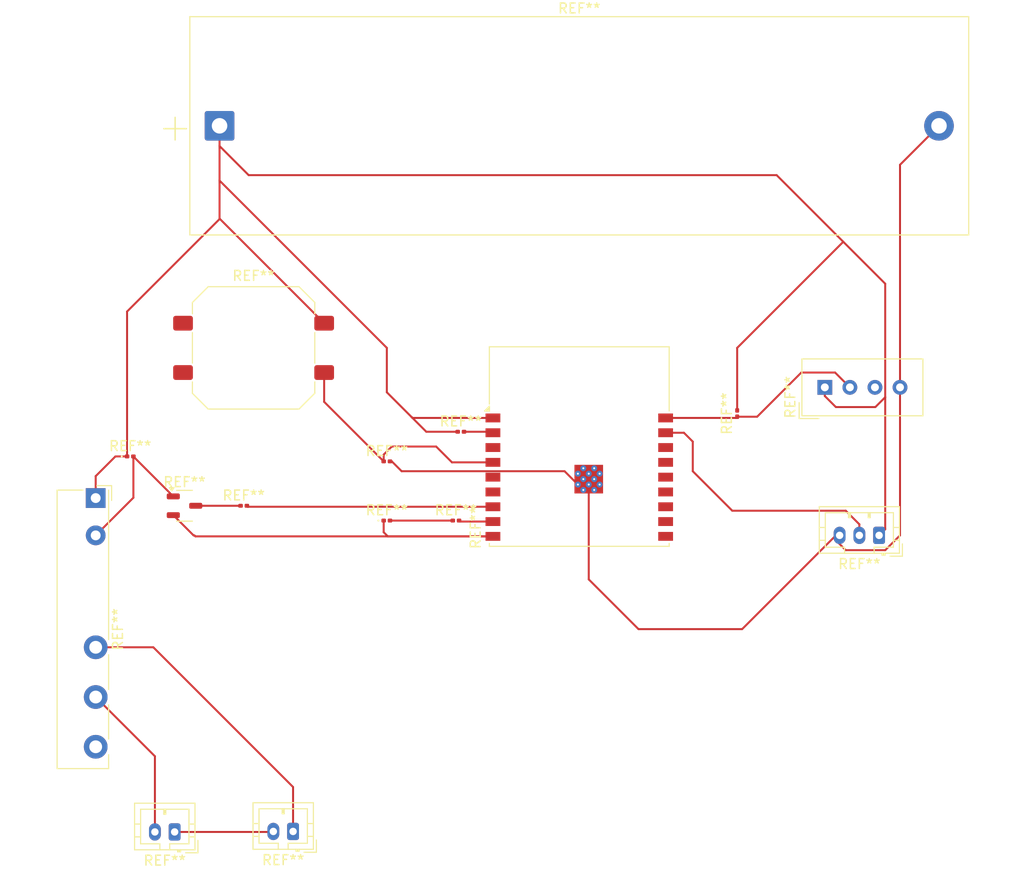
<source format=kicad_pcb>
(kicad_pcb (version 20241229) (generator "pcbnew") (generator_version "9.0")
  (title_block (title "Schematic of ESP32C3 Beacon on Relay Version") (date "2025-10-18") (rev "pre-release") (company "Navign"))
  (layers (0 "F.Cu" signal) (2 "B.Cu" signal) (13 "F.Paste" user) (15 "B.Paste" user) (5 "F.SilkS" user "F.Silkscreen") (7 "B.SilkS" user "B.Silkscreen") (1 "F.Mask" user) (3 "B.Mask" user) (25 "Edge.Cuts" user))
  (net 0 "")
  (footprint "Resistor_SMD:R_0201_0603Metric" (layer "F.Cu") (at 118.5 88.5)
    (property "Reference" "REF**" (at 0 -1.05 0) (layer "F.SilkS"))
    (property "Value" "R_0201_0603Metric")
    (pad "1" smd roundrect (at -0.32 0) (size 0.46 0.4) (layers "F.Cu" "F.Mask"))
    (pad "2" smd roundrect (at 0.32 0) (size 0.46 0.4) (layers "F.Cu" "F.Mask"))
  )
  (footprint "Sensor:Aosong_DHT11_5.5x12.0_P2.54mm" (layer "F.Cu") (at 155.88 75 90)
    (property "Reference" "REF**" (at -1 -3.5 90) (layer "F.SilkS"))
    (property "Value" "Aosong_DHT11_5.5x12.0_P2.54mm")
    (fp_line (start -3.16 -2.6) (end -1.55 -2.6) (stroke (width 0.12)) (layer "F.SilkS"))
    (fp_line (start -3.16 -2.6) (end -3.16 -0.6) (stroke (width 0.12)) (layer "F.SilkS"))
    (fp_line (start 2.88 -2.32) (end 2.88 9.94) (stroke (width 0.12)) (layer "F.SilkS"))
    (fp_line (start -2.87 -2.32) (end 2.87 -2.32) (stroke (width 0.12)) (layer "F.SilkS"))
    (fp_line (start 2.88 9.94) (end -2.88 9.94) (stroke (width 0.12)) (layer "F.SilkS"))
    (fp_line (start -2.88 9.94) (end -2.88 -2.31) (stroke (width 0.12)) (layer "F.SilkS"))
    (pad "1" thru_hole rect (at 0 0 90) (size 1.5 1.5) (drill 0.8) (layers "*.Cu" "*.Mask"))
    (pad "2" thru_hole circle (at 0 2.54 90) (size 1.5 1.5) (drill 0.8) (layers "*.Cu" "*.Mask"))
    (pad "3" thru_hole circle (at 0 5.08 90) (size 1.5 1.5) (drill 0.8) (layers "*.Cu" "*.Mask"))
    (pad "4" thru_hole circle (at 0 7.62 90) (size 1.5 1.5) (drill 0.8) (layers "*.Cu" "*.Mask"))
  )
  (footprint "Relay_THT:Relay_SPDT_Fujitsu_FTR-LYCA005x_FormC_Vertical" (layer "F.Cu") (at 82 86.22 -90)
    (property "Reference" "REF**" (at 13.3 -2.25 90) (layer "F.SilkS"))
    (property "Value" "Relay_SPDT_Fujitsu_FTR-LYCA005x_FormC_Vertical")
    (fp_line (start -0.81 3.91) (end 27.41 3.91) (stroke (width 0.12)) (layer "F.SilkS"))
    (fp_line (start -0.81 3.91) (end -0.81 1.3) (stroke (width 0.12)) (layer "F.SilkS"))
    (fp_line (start 27.41 3.91) (end 27.41 -1.31) (stroke (width 0.12)) (layer "F.SilkS"))
    (fp_line (start -1.26 -0.11) (end -1.26 -1.61) (stroke (width 0.12)) (layer "F.SilkS"))
    (fp_line (start 14.35 -1.31) (end -0.81 -1.31) (stroke (width 0.12)) (layer "F.SilkS"))
    (fp_line (start 15.87 -1.31) (end 19.4 -1.31) (stroke (width 0.12)) (layer "F.SilkS"))
    (fp_line (start 20.94 -1.31) (end 24.42 -1.31) (stroke (width 0.12)) (layer "F.SilkS"))
    (fp_line (start 26 -1.31) (end 27.41 -1.31) (stroke (width 0.12)) (layer "F.SilkS"))
    (fp_line (start -1.26 -1.61) (end 0.24 -1.61) (stroke (width 0.12)) (layer "F.SilkS"))
    (pad "11" thru_hole circle (at 20.16 0 270) (size 2.4 2.4) (drill 1.3) (layers "*.Cu" "*.Mask"))
    (pad "12" thru_hole circle (at 15.12 0 270) (size 2.4 2.4) (drill 1.3) (layers "*.Cu" "*.Mask"))
    (pad "14" thru_hole circle (at 25.2 0 270) (size 2.4 2.4) (drill 1.3) (layers "*.Cu" "*.Mask"))
    (pad "A1" thru_hole rect (at 0 0 270) (size 2 2) (drill 1) (layers "*.Cu" "*.Mask"))
    (pad "A2" thru_hole circle (at 3.78 0 270) (size 2 2) (drill 1) (layers "*.Cu" "*.Mask"))
  )
  (footprint "Diode_SMD:D_0201_0603Metric" (layer "F.Cu") (at 85.5 82)
    (property "Reference" "REF**" (at 0 -1.05 0) (layer "F.SilkS"))
    (property "Value" "D_0201_0603Metric")
    (fp_circle (center -0.86 0) (end -0.81 0) (stroke (width 0.1)) (fill no) (layer "F.SilkS"))
    (pad "1" smd roundrect (at -0.32 0) (size 0.46 0.4) (layers "F.Cu" "F.Mask"))
    (pad "2" smd roundrect (at 0.32 0) (size 0.46 0.4) (layers "F.Cu" "F.Mask"))
  )
  (footprint "Connector_JST:JST_PH_B3B-PH-K_1x03_P2.00mm_Vertical" (layer "F.Cu") (at 161.38 90 180)
    (property "Reference" "REF**" (at 2 -2.9 0) (layer "F.SilkS"))
    (property "Value" "JST_PH_B3B-PH-K_1x03_P2.00mm_Vertical")
    (fp_line (start 6.06 2.91) (end 6.06 -1.81) (stroke (width 0.12)) (layer "F.SilkS"))
    (fp_line (start 6.06 0.8) (end 5.45 0.8) (stroke (width 0.12)) (layer "F.SilkS"))
    (fp_line (start 6.06 -0.5) (end 5.45 -0.5) (stroke (width 0.12)) (layer "F.SilkS"))
    (fp_line (start 6.06 -1.81) (end -2.06 -1.81) (stroke (width 0.12)) (layer "F.SilkS"))
    (fp_line (start 5.45 2.3) (end 5.45 -1.2) (stroke (width 0.12)) (layer "F.SilkS"))
    (fp_line (start 5.45 -1.2) (end 3.5 -1.2) (stroke (width 0.12)) (layer "F.SilkS"))
    (fp_line (start 3.5 -1.2) (end 3.5 -1.81) (stroke (width 0.12)) (layer "F.SilkS"))
    (fp_line (start 3.1 1.8) (end 3.1 2.3) (stroke (width 0.12)) (layer "F.SilkS"))
    (fp_line (start 3 2.3) (end 3 1.8) (stroke (width 0.12)) (layer "F.SilkS"))
    (fp_line (start 2.9 2.3) (end 2.9 1.8) (stroke (width 0.12)) (layer "F.SilkS"))
    (fp_line (start 2.9 1.8) (end 3.1 1.8) (stroke (width 0.12)) (layer "F.SilkS"))
    (fp_line (start 1.1 1.8) (end 1.1 2.3) (stroke (width 0.12)) (layer "F.SilkS"))
    (fp_line (start 1 2.3) (end 1 1.8) (stroke (width 0.12)) (layer "F.SilkS"))
    (fp_line (start 0.9 2.3) (end 0.9 1.8) (stroke (width 0.12)) (layer "F.SilkS"))
    (fp_line (start 0.9 1.8) (end 1.1 1.8) (stroke (width 0.12)) (layer "F.SilkS"))
    (fp_line (start 0.5 -1.2) (end -1.45 -1.2) (stroke (width 0.12)) (layer "F.SilkS"))
    (fp_line (start 0.5 -1.81) (end 0.5 -1.2) (stroke (width 0.12)) (layer "F.SilkS"))
    (fp_line (start -0.3 -1.81) (end -0.3 -2.01) (stroke (width 0.12)) (layer "F.SilkS"))
    (fp_line (start -0.3 -1.91) (end -0.6 -1.91) (stroke (width 0.12)) (layer "F.SilkS"))
    (fp_line (start -0.3 -2.01) (end -0.6 -2.01) (stroke (width 0.12)) (layer "F.SilkS"))
    (fp_line (start -0.6 -2.01) (end -0.6 -1.81) (stroke (width 0.12)) (layer "F.SilkS"))
    (fp_line (start -1.11 -2.11) (end -2.36 -2.11) (stroke (width 0.12)) (layer "F.SilkS"))
    (fp_line (start -1.45 2.3) (end 5.45 2.3) (stroke (width 0.12)) (layer "F.SilkS"))
    (fp_line (start -1.45 -1.2) (end -1.45 2.3) (stroke (width 0.12)) (layer "F.SilkS"))
    (fp_line (start -2.06 2.91) (end 6.06 2.91) (stroke (width 0.12)) (layer "F.SilkS"))
    (fp_line (start -2.06 0.8) (end -1.45 0.8) (stroke (width 0.12)) (layer "F.SilkS"))
    (fp_line (start -2.06 -0.5) (end -1.45 -0.5) (stroke (width 0.12)) (layer "F.SilkS"))
    (fp_line (start -2.06 -1.81) (end -2.06 2.91) (stroke (width 0.12)) (layer "F.SilkS"))
    (fp_line (start -2.36 -2.11) (end -2.36 -0.86) (stroke (width 0.12)) (layer "F.SilkS"))
    (pad "1" thru_hole roundrect (at 0 0 180) (size 1.2 1.75) (drill 0.75) (layers "*.Cu" "*.Mask") (roundrect_rratio 0.208333))
    (pad "2" thru_hole oval (at 2 0 180) (size 1.2 1.75) (drill 0.75) (layers "*.Cu" "*.Mask"))
    (pad "3" thru_hole oval (at 4 0 180) (size 1.2 1.75) (drill 0.75) (layers "*.Cu" "*.Mask"))
  )
  (footprint "Resistor_SMD:R_0201_0603Metric" (layer "F.Cu") (at 119 79.5)
    (property "Reference" "REF**" (at 0 -1.05 0) (layer "F.SilkS"))
    (property "Value" "R_0201_0603Metric")
    (pad "1" smd roundrect (at -0.32 0) (size 0.46 0.4) (layers "F.Cu" "F.Mask"))
    (pad "2" smd roundrect (at 0.32 0) (size 0.46 0.4) (layers "F.Cu" "F.Mask"))
  )
  (footprint "Package_TO_SOT_SMD:SOT-23-3" (layer "F.Cu") (at 91 87)
    (property "Reference" "REF**" (at 0 -2.4 0) (layer "F.SilkS"))
    (property "Value" "SOT-23-3")
    (fp_line (start 0 -1.56) (end -0.8 -1.56) (stroke (width 0.12)) (layer "F.SilkS"))
    (fp_line (start 0 -1.56) (end 0.8 -1.56) (stroke (width 0.12)) (layer "F.SilkS"))
    (fp_line (start 0 1.56) (end -0.8 1.56) (stroke (width 0.12)) (layer "F.SilkS"))
    (fp_line (start 0 1.56) (end 0.8 1.56) (stroke (width 0.12)) (layer "F.SilkS"))
    (fp_poly (pts (xy -1.3 -1.51) (xy -1.54 -1.84) (xy -1.06 -1.84)) (stroke (width 0.12)) (fill yes) (layer "F.SilkS"))
    (pad "1" smd roundrect (at -1.1375 -0.95) (size 1.325 0.6) (layers "F.Cu" "F.Mask" "F.Paste"))
    (pad "2" smd roundrect (at -1.1375 0.95) (size 1.325 0.6) (layers "F.Cu" "F.Mask" "F.Paste"))
    (pad "3" smd roundrect (at 1.1375 0) (size 1.325 0.6) (layers "F.Cu" "F.Mask" "F.Paste"))
  )
  (footprint "Connector_JST:JST_PH_B2B-PH-K_1x02_P2.00mm_Vertical" (layer "F.Cu") (at 102 120 180)
    (property "Reference" "REF**" (at 1 -2.9 0) (layer "F.SilkS"))
    (property "Value" "JST_PH_B2B-PH-K_1x02_P2.00mm_Vertical")
    (fp_line (start 4.06 2.91) (end 4.06 -1.81) (stroke (width 0.12)) (layer "F.SilkS"))
    (fp_line (start 4.06 0.8) (end 3.45 0.8) (stroke (width 0.12)) (layer "F.SilkS"))
    (fp_line (start 4.06 -0.5) (end 3.45 -0.5) (stroke (width 0.12)) (layer "F.SilkS"))
    (fp_line (start 4.06 -1.81) (end -2.06 -1.81) (stroke (width 0.12)) (layer "F.SilkS"))
    (fp_line (start 3.45 2.3) (end 3.45 -1.2) (stroke (width 0.12)) (layer "F.SilkS"))
    (fp_line (start 3.45 -1.2) (end 1.5 -1.2) (stroke (width 0.12)) (layer "F.SilkS"))
    (fp_line (start 1.5 -1.2) (end 1.5 -1.81) (stroke (width 0.12)) (layer "F.SilkS"))
    (fp_line (start 1.1 1.8) (end 1.1 2.3) (stroke (width 0.12)) (layer "F.SilkS"))
    (fp_line (start 1 2.3) (end 1 1.8) (stroke (width 0.12)) (layer "F.SilkS"))
    (fp_line (start 0.9 2.3) (end 0.9 1.8) (stroke (width 0.12)) (layer "F.SilkS"))
    (fp_line (start 0.9 1.8) (end 1.1 1.8) (stroke (width 0.12)) (layer "F.SilkS"))
    (fp_line (start 0.5 -1.2) (end -1.45 -1.2) (stroke (width 0.12)) (layer "F.SilkS"))
    (fp_line (start 0.5 -1.81) (end 0.5 -1.2) (stroke (width 0.12)) (layer "F.SilkS"))
    (fp_line (start -0.3 -1.81) (end -0.3 -2.01) (stroke (width 0.12)) (layer "F.SilkS"))
    (fp_line (start -0.3 -1.91) (end -0.6 -1.91) (stroke (width 0.12)) (layer "F.SilkS"))
    (fp_line (start -0.3 -2.01) (end -0.6 -2.01) (stroke (width 0.12)) (layer "F.SilkS"))
    (fp_line (start -0.6 -2.01) (end -0.6 -1.81) (stroke (width 0.12)) (layer "F.SilkS"))
    (fp_line (start -1.11 -2.11) (end -2.36 -2.11) (stroke (width 0.12)) (layer "F.SilkS"))
    (fp_line (start -1.45 2.3) (end 3.45 2.3) (stroke (width 0.12)) (layer "F.SilkS"))
    (fp_line (start -1.45 -1.2) (end -1.45 2.3) (stroke (width 0.12)) (layer "F.SilkS"))
    (fp_line (start -2.06 2.91) (end 4.06 2.91) (stroke (width 0.12)) (layer "F.SilkS"))
    (fp_line (start -2.06 0.8) (end -1.45 0.8) (stroke (width 0.12)) (layer "F.SilkS"))
    (fp_line (start -2.06 -0.5) (end -1.45 -0.5) (stroke (width 0.12)) (layer "F.SilkS"))
    (fp_line (start -2.06 -1.81) (end -2.06 2.91) (stroke (width 0.12)) (layer "F.SilkS"))
    (fp_line (start -2.36 -2.11) (end -2.36 -0.86) (stroke (width 0.12)) (layer "F.SilkS"))
    (pad "1" thru_hole roundrect (at 0 0 180) (size 1.2 1.75) (drill 0.75) (layers "*.Cu" "*.Mask") (roundrect_rratio 0.208333))
    (pad "2" thru_hole oval (at 2 0 180) (size 1.2 1.75) (drill 0.75) (layers "*.Cu" "*.Mask"))
  )
  (footprint "Battery:BatteryHolder_MPD_BH-18650-PC" (layer "F.Cu") (at 94.55 48.5)
    (property "Reference" "REF**" (at 36.45 -11.9 0) (layer "F.SilkS"))
    (property "Value" "BatteryHolder_MPD_BH-18650-PC")
    (fp_line (start -3.01 -11.06) (end 75.91 -11.06) (stroke (width 0.12)) (layer "F.SilkS"))
    (fp_line (start -3.01 11.06) (end -3.01 -11.06) (stroke (width 0.12)) (layer "F.SilkS"))
    (fp_line (start 75.91 -11.06) (end 75.91 11.06) (stroke (width 0.12)) (layer "F.SilkS"))
    (fp_line (start 75.91 11.06) (end -3.01 11.06) (stroke (width 0.12)) (layer "F.SilkS"))
    (fp_text user "+" (at -4.5 0.05 0) (layer "F.SilkS") (effects (font (size 3 3))))
    (pad "" np_thru_hole circle (at 8.445 0) (size 3.2 3.2) (drill 3.2) (layers "*.Cu" "*.Mask"))
    (pad "" np_thru_hole circle (at 64.055 0) (size 3.2 3.2) (drill 3.2) (layers "*.Cu" "*.Mask"))
    (pad "1" thru_hole roundrect (at 0 0) (size 3 3) (drill 1.57) (layers "*.Cu" "*.Mask") (roundrect_rratio 0.083333))
    (pad "2" thru_hole circle (at 72.9 0) (size 3 3) (drill 1.57) (layers "*.Cu" "*.Mask"))
  )
  (footprint "RF_Module:ESP32-C3-WROOM-02" (layer "F.Cu") (at 131 84.1)
    (property "Reference" "REF**" (at -10.5 5.13 90) (layer "F.SilkS"))
    (property "Value" "ESP32-C3-WROOM-02")
    (fp_line (start -9.11 -13.21) (end -9.11 -7.4) (stroke (width 0.12)) (layer "F.SilkS"))
    (fp_line (start -9.11 -13.21) (end 9.11 -13.21) (stroke (width 0.12)) (layer "F.SilkS"))
    (fp_line (start -9.11 6.71) (end -9.11 7.01) (stroke (width 0.12)) (layer "F.SilkS"))
    (fp_line (start -9.11 7.01) (end 9.11 7.01) (stroke (width 0.12)) (layer "F.SilkS"))
    (fp_line (start 9.11 -13.21) (end 9.11 -6.71) (stroke (width 0.12)) (layer "F.SilkS"))
    (fp_line (start 9.11 6.71) (end 9.11 7.01) (stroke (width 0.12)) (layer "F.SilkS"))
    (fp_poly (pts (xy -9.1 -6.7) (xy -9.6 -6.7) (xy -9.1 -7.2) (xy -9.1 -6.7)) (stroke (width 0.12)) (fill yes) (layer "F.SilkS"))
    (pad "1" smd rect (at -8.75 -6) (size 1.5 0.9) (layers "F.Cu" "F.Mask" "F.Paste"))
    (pad "2" smd rect (at -8.75 -4.5) (size 1.5 0.9) (layers "F.Cu" "F.Mask" "F.Paste"))
    (pad "3" smd rect (at -8.75 -3) (size 1.5 0.9) (layers "F.Cu" "F.Mask" "F.Paste"))
    (pad "4" smd rect (at -8.75 -1.5) (size 1.5 0.9) (layers "F.Cu" "F.Mask" "F.Paste"))
    (pad "5" smd rect (at -8.75 0) (size 1.5 0.9) (layers "F.Cu" "F.Mask" "F.Paste"))
    (pad "6" smd rect (at -8.75 1.5) (size 1.5 0.9) (layers "F.Cu" "F.Mask" "F.Paste"))
    (pad "7" smd rect (at -8.75 3) (size 1.5 0.9) (layers "F.Cu" "F.Mask" "F.Paste"))
    (pad "8" smd rect (at -8.75 4.5) (size 1.5 0.9) (layers "F.Cu" "F.Mask" "F.Paste"))
    (pad "9" smd rect (at -8.75 6) (size 1.5 0.9) (layers "F.Cu" "F.Mask" "F.Paste"))
    (pad "10" smd rect (at 8.75 6) (size 1.5 0.9) (layers "F.Cu" "F.Mask" "F.Paste"))
    (pad "11" smd rect (at 8.75 4.5) (size 1.5 0.9) (layers "F.Cu" "F.Mask" "F.Paste"))
    (pad "12" smd rect (at 8.75 3) (size 1.5 0.9) (layers "F.Cu" "F.Mask" "F.Paste"))
    (pad "13" smd rect (at 8.75 1.5) (size 1.5 0.9) (layers "F.Cu" "F.Mask" "F.Paste"))
    (pad "14" smd rect (at 8.75 0) (size 1.5 0.9) (layers "F.Cu" "F.Mask" "F.Paste"))
    (pad "15" smd rect (at 8.75 -1.5) (size 1.5 0.9) (layers "F.Cu" "F.Mask" "F.Paste"))
    (pad "16" smd rect (at 8.75 -3) (size 1.5 0.9) (layers "F.Cu" "F.Mask" "F.Paste"))
    (pad "17" smd rect (at 8.75 -4.5) (size 1.5 0.9) (layers "F.Cu" "F.Mask" "F.Paste"))
    (pad "18" smd rect (at 8.75 -6) (size 1.5 0.9) (layers "F.Cu" "F.Mask" "F.Paste"))
    (pad "19" thru_hole circle (at -0.14 -0.35) (size 0.6 0.6) (drill 0.2) (property pad_prop_heatsink) (layers "*.Cu" "F.Mask"))
    (pad "19" thru_hole circle (at -0.14 0.75) (size 0.6 0.6) (drill 0.2) (property pad_prop_heatsink) (layers "*.Cu" "F.Mask"))
    (pad "19" thru_hole circle (at 0.41 -0.9) (size 0.6 0.6) (drill 0.2) (property pad_prop_heatsink) (layers "*.Cu" "F.Mask"))
    (pad "19" thru_hole circle (at 0.41 0.2) (size 0.6 0.6) (drill 0.2) (property pad_prop_heatsink) (layers "*.Cu" "F.Mask"))
    (pad "19" thru_hole circle (at 0.41 1.3) (size 0.6 0.6) (drill 0.2) (property pad_prop_heatsink) (layers "*.Cu" "F.Mask"))
    (pad "19" thru_hole circle (at 0.96 -0.35) (size 0.6 0.6) (drill 0.2) (property pad_prop_heatsink) (layers "*.Cu" "F.Mask"))
    (pad "19" smd rect (at 0.96 0.2) (size 2.9 2.9) (property pad_prop_heatsink) (layers "F.Cu" "F.Mask"))
    (pad "19" thru_hole circle (at 0.96 0.75) (size 0.6 0.6) (drill 0.2) (property pad_prop_heatsink) (layers "*.Cu" "F.Mask"))
    (pad "19" thru_hole circle (at 1.51 -0.9) (size 0.6 0.6) (drill 0.2) (property pad_prop_heatsink) (layers "*.Cu" "F.Mask"))
    (pad "19" thru_hole circle (at 1.51 0.2) (size 0.6 0.6) (drill 0.2) (property pad_prop_heatsink) (layers "*.Cu" "F.Mask"))
    (pad "19" thru_hole circle (at 1.51 1.3) (size 0.6 0.6) (drill 0.2) (property pad_prop_heatsink) (layers "*.Cu" "F.Mask"))
    (pad "19" thru_hole circle (at 2.06 -0.35) (size 0.6 0.6) (drill 0.2) (property pad_prop_heatsink) (layers "*.Cu" "F.Mask"))
    (pad "19" thru_hole circle (at 2.06 0.75) (size 0.6 0.6) (drill 0.2) (property pad_prop_heatsink) (layers "*.Cu" "F.Mask"))
  )
  (footprint "Resistor_SMD:R_0201_0603Metric" (layer "F.Cu") (at 97 87)
    (property "Reference" "REF**" (at 0 -1.05 0) (layer "F.SilkS"))
    (property "Value" "R_0201_0603Metric")
    (pad "1" smd roundrect (at -0.32 0) (size 0.46 0.4) (layers "F.Cu" "F.Mask"))
    (pad "2" smd roundrect (at 0.32 0) (size 0.46 0.4) (layers "F.Cu" "F.Mask"))
  )
  (footprint "Button_Switch_SMD:SW_Push_1P1T_NO_CK_PTS125Sx43PSMTR" (layer "F.Cu") (at 98 71)
    (property "Reference" "REF**" (at 0 -7.3 0) (layer "F.SilkS"))
    (property "Value" "SW_Push_1P1T_NO_CK_PTS125Sx43PSMTR")
    (fp_line (start -6.2 -4.6) (end -4.6 -6.2) (stroke (width 0.12)) (layer "F.SilkS"))
    (fp_line (start -6.2 -3.45) (end -6.2 -4.6) (stroke (width 0.12)) (layer "F.SilkS"))
    (fp_line (start -6.2 -1.55) (end -6.2 1.55) (stroke (width 0.12)) (layer "F.SilkS"))
    (fp_line (start -6.2 3.45) (end -6.2 4.6) (stroke (width 0.12)) (layer "F.SilkS"))
    (fp_line (start -6.2 4.6) (end -4.6 6.2) (stroke (width 0.12)) (layer "F.SilkS"))
    (fp_line (start -4.6 -6.2) (end 4.6 -6.2) (stroke (width 0.12)) (layer "F.SilkS"))
    (fp_line (start -4.6 6.2) (end 4.6 6.2) (stroke (width 0.12)) (layer "F.SilkS"))
    (fp_line (start 4.6 -6.2) (end 6.2 -4.6) (stroke (width 0.12)) (layer "F.SilkS"))
    (fp_line (start 4.6 6.2) (end 6.2 4.6) (stroke (width 0.12)) (layer "F.SilkS"))
    (fp_line (start 6.2 -3.45) (end 6.2 -4.6) (stroke (width 0.12)) (layer "F.SilkS"))
    (fp_line (start 6.2 -1.55) (end 6.2 1.55) (stroke (width 0.12)) (layer "F.SilkS"))
    (fp_line (start 6.2 3.45) (end 6.2 4.6) (stroke (width 0.12)) (layer "F.SilkS"))
    (pad "" np_thru_hole circle (at 0 -4.5) (size 2 2) (drill 2) (layers "*.Cu" "*.Mask"))
    (pad "" np_thru_hole circle (at 0 4.5) (size 2 2) (drill 2) (layers "*.Cu" "*.Mask"))
    (pad "1" smd roundrect (at -7.15 -2.5) (size 2 1.5) (layers "F.Cu" "F.Mask" "F.Paste") (roundrect_rratio 0.1666666667))
    (pad "1" smd roundrect (at 7.15 -2.5) (size 2 1.5) (layers "F.Cu" "F.Mask" "F.Paste") (roundrect_rratio 0.1666666667))
    (pad "2" smd roundrect (at -7.15 2.5) (size 2 1.5) (layers "F.Cu" "F.Mask" "F.Paste") (roundrect_rratio 0.1666666667))
    (pad "2" smd roundrect (at 7.15 2.5) (size 2 1.5) (layers "F.Cu" "F.Mask" "F.Paste") (roundrect_rratio 0.1666666667))
  )
  (footprint "Capacitor_SMD:C_0201_0603Metric" (layer "F.Cu") (at 111.5 82.5)
    (property "Reference" "REF**" (at 0 -1.05 0) (layer "F.SilkS"))
    (property "Value" "C_0201_0603Metric")
    (pad "1" smd roundrect (at -0.32 0) (size 0.46 0.4) (layers "F.Cu" "F.Mask"))
    (pad "2" smd roundrect (at 0.32 0) (size 0.46 0.4) (layers "F.Cu" "F.Mask"))
  )
  (footprint "Resistor_SMD:R_0201_0603Metric" (layer "F.Cu") (at 147 77.655 90)
    (property "Reference" "REF**" (at 0 -1.05 90) (layer "F.SilkS"))
    (property "Value" "R_0201_0603Metric")
    (pad "1" smd roundrect (at -0.32 0 90) (size 0.46 0.4) (layers "F.Cu" "F.Mask"))
    (pad "2" smd roundrect (at 0.32 0 90) (size 0.46 0.4) (layers "F.Cu" "F.Mask"))
  )
  (footprint "Connector_JST:JST_PH_B2B-PH-K_1x02_P2.00mm_Vertical" (layer "F.Cu") (at 90 120.05 180)
    (property "Reference" "REF**" (at 1 -2.9 0) (layer "F.SilkS"))
    (property "Value" "JST_PH_B2B-PH-K_1x02_P2.00mm_Vertical")
    (fp_line (start 4.06 2.91) (end 4.06 -1.81) (stroke (width 0.12)) (layer "F.SilkS"))
    (fp_line (start 4.06 0.8) (end 3.45 0.8) (stroke (width 0.12)) (layer "F.SilkS"))
    (fp_line (start 4.06 -0.5) (end 3.45 -0.5) (stroke (width 0.12)) (layer "F.SilkS"))
    (fp_line (start 4.06 -1.81) (end -2.06 -1.81) (stroke (width 0.12)) (layer "F.SilkS"))
    (fp_line (start 3.45 2.3) (end 3.45 -1.2) (stroke (width 0.12)) (layer "F.SilkS"))
    (fp_line (start 3.45 -1.2) (end 1.5 -1.2) (stroke (width 0.12)) (layer "F.SilkS"))
    (fp_line (start 1.5 -1.2) (end 1.5 -1.81) (stroke (width 0.12)) (layer "F.SilkS"))
    (fp_line (start 1.1 1.8) (end 1.1 2.3) (stroke (width 0.12)) (layer "F.SilkS"))
    (fp_line (start 1 2.3) (end 1 1.8) (stroke (width 0.12)) (layer "F.SilkS"))
    (fp_line (start 0.9 2.3) (end 0.9 1.8) (stroke (width 0.12)) (layer "F.SilkS"))
    (fp_line (start 0.9 1.8) (end 1.1 1.8) (stroke (width 0.12)) (layer "F.SilkS"))
    (fp_line (start 0.5 -1.2) (end -1.45 -1.2) (stroke (width 0.12)) (layer "F.SilkS"))
    (fp_line (start 0.5 -1.81) (end 0.5 -1.2) (stroke (width 0.12)) (layer "F.SilkS"))
    (fp_line (start -0.3 -1.81) (end -0.3 -2.01) (stroke (width 0.12)) (layer "F.SilkS"))
    (fp_line (start -0.3 -1.91) (end -0.6 -1.91) (stroke (width 0.12)) (layer "F.SilkS"))
    (fp_line (start -0.3 -2.01) (end -0.6 -2.01) (stroke (width 0.12)) (layer "F.SilkS"))
    (fp_line (start -0.6 -2.01) (end -0.6 -1.81) (stroke (width 0.12)) (layer "F.SilkS"))
    (fp_line (start -1.11 -2.11) (end -2.36 -2.11) (stroke (width 0.12)) (layer "F.SilkS"))
    (fp_line (start -1.45 2.3) (end 3.45 2.3) (stroke (width 0.12)) (layer "F.SilkS"))
    (fp_line (start -1.45 -1.2) (end -1.45 2.3) (stroke (width 0.12)) (layer "F.SilkS"))
    (fp_line (start -2.06 2.91) (end 4.06 2.91) (stroke (width 0.12)) (layer "F.SilkS"))
    (fp_line (start -2.06 0.8) (end -1.45 0.8) (stroke (width 0.12)) (layer "F.SilkS"))
    (fp_line (start -2.06 -0.5) (end -1.45 -0.5) (stroke (width 0.12)) (layer "F.SilkS"))
    (fp_line (start -2.06 -1.81) (end -2.06 2.91) (stroke (width 0.12)) (layer "F.SilkS"))
    (fp_line (start -2.36 -2.11) (end -2.36 -0.86) (stroke (width 0.12)) (layer "F.SilkS"))
    (pad "1" thru_hole roundrect (at 0 0 180) (size 1.2 1.75) (drill 0.75) (layers "*.Cu" "*.Mask") (roundrect_rratio 0.208333))
    (pad "2" thru_hole oval (at 2 0 180) (size 1.2 1.75) (drill 0.75) (layers "*.Cu" "*.Mask"))
  )
  (footprint "LED_SMD:LED_0201_0603Metric" (layer "F.Cu") (at 111.5 88.5)
    (property "Reference" "REF**" (at 0 -1.05 0) (layer "F.SilkS"))
    (property "Value" "LED_0201_0603Metric")
    (fp_circle (center -0.86 0) (end -0.81 0) (stroke (width 0.1)) (fill no) (layer "F.SilkS"))
    (pad "1" smd roundrect (at -0.32 0) (size 0.46 0.4) (layers "F.Cu" "F.Mask"))
    (pad "2" smd roundrect (at 0.32 0) (size 0.46 0.4) (layers "F.Cu" "F.Mask"))
  )
  (segment (start 122.15 79.5) (end 122.25 79.6) (width 0.2) (layer "F.Cu") (net 0))
  (segment (start 149.025 77.975) (end 153.5 73.5) (width 0.2) (layer "F.Cu") (net 0))
  (segment (start 161 77) (end 157 77) (width 0.2) (layer "F.Cu") (net 0))
  (segment (start 147 77.335) (end 147 71) (width 0.2) (layer "F.Cu") (net 0))
  (segment (start 162 76) (end 162 89.38) (width 0.2) (layer "F.Cu") (net 0))
  (segment (start 122.25 88.6) (end 118.92 88.6) (width 0.2) (layer "F.Cu") (net 0))
  (segment (start 131.96 84.3) (end 131.96 94.46) (width 0.2) (layer "F.Cu") (net 0))
  (segment (start 157.75 60.25) (end 162 64.5) (width 0.2) (layer "F.Cu") (net 0))
  (segment (start 111.82 82.5) (end 112 82.5) (width 0.2) (layer "F.Cu") (net 0))
  (segment (start 94.55 50.55) (end 97.5 53.5) (width 0.2) (layer "F.Cu") (net 0))
  (segment (start 92.1 90.1) (end 122.25 90.1) (width 0.2) (layer "F.Cu") (net 0))
  (segment (start 139.75 79.6) (end 141.6 79.6) (width 0.2) (layer "F.Cu") (net 0))
  (segment (start 94.55 57.9) (end 94.575 57.925) (width 0.2) (layer "F.Cu") (net 0))
  (segment (start 112 82.5) (end 113 83.5) (width 0.2) (layer "F.Cu") (net 0))
  (segment (start 94.55 54) (end 94.55 57.9) (width 0.2) (layer "F.Cu") (net 0))
  (segment (start 105.15 73.5) (end 105.15 76.47) (width 0.2) (layer "F.Cu") (net 0))
  (segment (start 94.55 50.5) (end 94.55 50.55) (width 0.2) (layer "F.Cu") (net 0))
  (segment (start 94.575 57.925) (end 105.15 68.5) (width 0.2) (layer "F.Cu") (net 0))
  (segment (start 85.18 82) (end 84 82) (width 0.2) (layer "F.Cu") (net 0))
  (segment (start 139.75 78.1) (end 146.875 78.1) (width 0.2) (layer "F.Cu") (net 0))
  (segment (start 85.82 82.0075) (end 89.8625 86.05) (width 0.2) (layer "F.Cu") (net 0))
  (segment (start 94.55 50.5) (end 94.55 54) (width 0.2) (layer "F.Cu") (net 0))
  (segment (start 105.15 76.47) (end 111.18 82.5) (width 0.2) (layer "F.Cu") (net 0))
  (segment (start 118.1 82.6) (end 122.25 82.6) (width 0.2) (layer "F.Cu") (net 0))
  (segment (start 156.92 73.5) (end 158.42 75) (width 0.2) (layer "F.Cu") (net 0))
  (segment (start 153.5 73.5) (end 156.92 73.5) (width 0.2) (layer "F.Cu") (net 0))
  (segment (start 89.8625 87.95) (end 91.9125 90) (width 0.2) (layer "F.Cu") (net 0))
  (segment (start 111.6 90.1) (end 122.25 90.1) (width 0.2) (layer "F.Cu") (net 0))
  (segment (start 85.18 67.32) (end 85.18 82) (width 0.2) (layer "F.Cu") (net 0))
  (segment (start 87.84 101.34) (end 102 115.5) (width 0.2) (layer "F.Cu") (net 0))
  (segment (start 92 90) (end 92.1 90.1) (width 0.2) (layer "F.Cu") (net 0))
  (segment (start 151 53.5) (end 157.75 60.25) (width 0.2) (layer "F.Cu") (net 0))
  (segment (start 94.55 48.5) (end 94.55 50.5) (width 0.2) (layer "F.Cu") (net 0))
  (segment (start 147 71) (end 157.75 60.25) (width 0.2) (layer "F.Cu") (net 0))
  (segment (start 118.18 88.5) (end 111.82 88.5) (width 0.2) (layer "F.Cu") (net 0))
  (segment (start 114 78) (end 115.5 79.5) (width 0.2) (layer "F.Cu") (net 0))
  (segment (start 84 82) (end 82 84) (width 0.2) (layer "F.Cu") (net 0))
  (segment (start 82 90) (end 85.82 86.18) (width 0.2) (layer "F.Cu") (net 0))
  (segment (start 158 91.5) (end 162 91.5) (width 0.2) (layer "F.Cu") (net 0))
  (segment (start 96.68 87) (end 92.1375 87) (width 0.2) (layer "F.Cu") (net 0))
  (segment (start 131.96 94.46) (end 137 99.5) (width 0.2) (layer "F.Cu") (net 0))
  (segment (start 85.82 86.18) (end 85.82 82) (width 0.2) (layer "F.Cu") (net 0))
  (segment (start 163.5 52.45) (end 167.45 48.5) (width 0.2) (layer "F.Cu") (net 0))
  (segment (start 94.55 54.05) (end 111.5 71) (width 0.2) (layer "F.Cu") (net 0))
  (segment (start 82 101.34) (end 87.84 101.34) (width 0.2) (layer "F.Cu") (net 0))
  (segment (start 115.5 79.5) (end 118.68 79.5) (width 0.2) (layer "F.Cu") (net 0))
  (segment (start 162 91.5) (end 163.5 90) (width 0.2) (layer "F.Cu") (net 0))
  (segment (start 114 78) (end 114.1 78.1) (width 0.2) (layer "F.Cu") (net 0))
  (segment (start 159.38 88.88) (end 159.38 90) (width 0.2) (layer "F.Cu") (net 0))
  (segment (start 162 76) (end 161 77) (width 0.2) (layer "F.Cu") (net 0))
  (segment (start 157 90) (end 157.38 90) (width 0.2) (layer "F.Cu") (net 0))
  (segment (start 102 115.5) (end 102 120) (width 0.2) (layer "F.Cu") (net 0))
  (segment (start 141.6 79.6) (end 142.5 80.5) (width 0.2) (layer "F.Cu") (net 0))
  (segment (start 118.92 88.6) (end 118.82 88.5) (width 0.2) (layer "F.Cu") (net 0))
  (segment (start 111.18 82.5) (end 111.18 81.82) (width 0.2) (layer "F.Cu") (net 0))
  (segment (start 157.38 90.88) (end 158 91.5) (width 0.2) (layer "F.Cu") (net 0))
  (segment (start 94.55 54) (end 94.55 54.05) (width 0.2) (layer "F.Cu") (net 0))
  (segment (start 155.88 75.88) (end 155.88 75) (width 0.2) (layer "F.Cu") (net 0))
  (segment (start 157.38 90) (end 157.38 90.88) (width 0.2) (layer "F.Cu") (net 0))
  (segment (start 142.5 83.5) (end 146.5 87.5) (width 0.2) (layer "F.Cu") (net 0))
  (segment (start 162 89.38) (end 161.38 90) (width 0.2) (layer "F.Cu") (net 0))
  (segment (start 111.18 88.5) (end 111.18 89.68) (width 0.2) (layer "F.Cu") (net 0))
  (segment (start 99.95 120.05) (end 100 120) (width 0.2) (layer "F.Cu") (net 0))
  (segment (start 88 112.38) (end 82 106.38) (width 0.2) (layer "F.Cu") (net 0))
  (segment (start 129.51 83.5) (end 130.86 84.85) (width 0.2) (layer "F.Cu") (net 0))
  (segment (start 119.32 79.5) (end 122.15 79.5) (width 0.2) (layer "F.Cu") (net 0))
  (segment (start 162 64.5) (end 162 76) (width 0.2) (layer "F.Cu") (net 0))
  (segment (start 147.5 99.5) (end 157 90) (width 0.2) (layer "F.Cu") (net 0))
  (segment (start 146.5 87.5) (end 158 87.5) (width 0.2) (layer "F.Cu") (net 0))
  (segment (start 114.1 78.1) (end 122.25 78.1) (width 0.2) (layer "F.Cu") (net 0))
  (segment (start 137 99.5) (end 147.5 99.5) (width 0.2) (layer "F.Cu") (net 0))
  (segment (start 111.18 81.82) (end 112 81) (width 0.2) (layer "F.Cu") (net 0))
  (segment (start 112 81) (end 116.5 81) (width 0.2) (layer "F.Cu") (net 0))
  (segment (start 147 77.975) (end 149.025 77.975) (width 0.2) (layer "F.Cu") (net 0))
  (segment (start 163.5 75) (end 163.5 52.45) (width 0.2) (layer "F.Cu") (net 0))
  (segment (start 157 77) (end 155.88 75.88) (width 0.2) (layer "F.Cu") (net 0))
  (segment (start 113 83.5) (end 129.51 83.5) (width 0.2) (layer "F.Cu") (net 0))
  (segment (start 142.5 80.5) (end 142.5 83.5) (width 0.2) (layer "F.Cu") (net 0))
  (segment (start 82 84) (end 82 86.22) (width 0.2) (layer "F.Cu") (net 0))
  (segment (start 111.5 75.5) (end 114 78) (width 0.2) (layer "F.Cu") (net 0))
  (segment (start 111.18 89.68) (end 111.6 90.1) (width 0.2) (layer "F.Cu") (net 0))
  (segment (start 94.575 57.925) (end 85.18 67.32) (width 0.2) (layer "F.Cu") (net 0))
  (segment (start 122.25 87.1) (end 97.42 87.1) (width 0.2) (layer "F.Cu") (net 0))
  (segment (start 158 87.5) (end 159.38 88.88) (width 0.2) (layer "F.Cu") (net 0))
  (segment (start 88 120.05) (end 88 112.38) (width 0.2) (layer "F.Cu") (net 0))
  (segment (start 91.9125 90) (end 92 90) (width 0.2) (layer "F.Cu") (net 0))
  (segment (start 90 120.05) (end 99.95 120.05) (width 0.2) (layer "F.Cu") (net 0))
  (segment (start 97.5 53.5) (end 151 53.5) (width 0.2) (layer "F.Cu") (net 0))
  (segment (start 116.5 81) (end 118.1 82.6) (width 0.2) (layer "F.Cu") (net 0))
  (segment (start 85.82 82) (end 85.82 82.0075) (width 0.2) (layer "F.Cu") (net 0))
  (segment (start 163.5 90) (end 163.5 75) (width 0.2) (layer "F.Cu") (net 0))
  (segment (start 111.5 71) (end 111.5 75.5) (width 0.2) (layer "F.Cu") (net 0))
  (segment (start 146.875 78.1) (end 147 77.975) (width 0.2) (layer "F.Cu") (net 0))
  (segment (start 97.42 87.1) (end 97.32 87) (width 0.2) (layer "F.Cu") (net 0))
)
</source>
